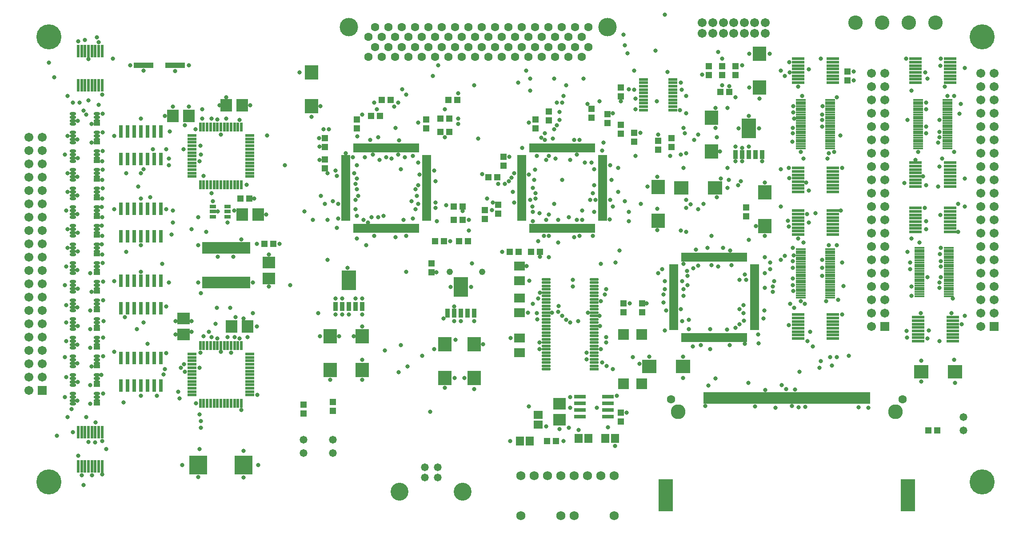
<source format=gts>
%FSLAX24Y24*%
%MOIN*%
G70*
G01*
G75*
G04 Layer_Color=8388736*
G04 Layer_Color=8388736*
%ADD10C,0.0080*%
%ADD11R,0.0157X0.0846*%
%ADD12R,0.0157X0.0846*%
%ADD13R,0.0945X0.1024*%
%ADD14R,0.0650X0.0085*%
%ADD15R,0.0846X0.0157*%
%ADD16R,0.0394X0.0433*%
%ADD17R,0.0118X0.0610*%
%ADD18R,0.0846X0.0157*%
%ADD19R,0.0610X0.0118*%
%ADD20R,0.0600X0.0150*%
%ADD21O,0.0600X0.0150*%
%ADD22R,0.0236X0.0866*%
%ADD23R,0.0433X0.0394*%
%ADD24R,0.0866X0.0787*%
%ADD25R,0.0787X0.0866*%
%ADD26R,0.0157X0.0630*%
%ADD27R,0.0630X0.0157*%
%ADD28R,0.0709X0.0630*%
%ADD29R,0.0709X0.0709*%
%ADD30R,0.0512X0.0591*%
%ADD31R,0.0591X0.0512*%
%ADD32R,0.0807X0.0236*%
%ADD33R,0.1024X0.0945*%
%ADD34R,0.1000X0.1400*%
%ADD35R,0.0300X0.0600*%
%ADD36R,0.1417X0.0315*%
%ADD37R,0.1240X0.1360*%
%ADD38R,0.0173X0.0787*%
%ADD39R,0.0173X0.0787*%
%ADD40R,0.0984X0.2362*%
%ADD41O,0.0394X0.0170*%
%ADD42R,0.0394X0.0170*%
%ADD43R,0.0394X0.0236*%
%ADD44R,0.0177X0.0807*%
%ADD45R,0.0177X0.0807*%
%ADD46R,0.0571X0.0118*%
%ADD47C,0.0100*%
%ADD48C,0.0160*%
%ADD49C,0.0070*%
%ADD50C,0.0110*%
%ADD51C,0.0200*%
%ADD52C,0.0120*%
%ADD53C,0.0300*%
%ADD54C,0.0400*%
%ADD55C,0.0500*%
%ADD56C,0.1260*%
%ADD57C,0.1800*%
%ADD58C,0.0600*%
%ADD59R,0.0591X0.0591*%
%ADD60C,0.0591*%
%ADD61C,0.1300*%
%ADD62C,0.0550*%
%ADD63C,0.1024*%
%ADD64C,0.0551*%
%ADD65C,0.1000*%
%ADD66C,0.0250*%
%ADD67C,0.0079*%
%ADD68C,0.0098*%
%ADD69C,0.0060*%
%ADD70C,0.0098*%
%ADD71C,0.0039*%
%ADD72R,0.0079X0.0197*%
%ADD73R,0.0079X0.0197*%
%ADD74C,0.0020*%
%ADD75R,0.0197X0.0079*%
%ADD76R,0.0197X0.0079*%
%ADD77R,0.0079X0.0197*%
%ADD78R,0.0197X0.0079*%
%ADD79R,0.0237X0.0926*%
%ADD80R,0.0237X0.0926*%
%ADD81R,0.1025X0.1104*%
%ADD82R,0.0730X0.0165*%
%ADD83R,0.0926X0.0237*%
%ADD84R,0.0474X0.0513*%
%ADD85R,0.0198X0.0690*%
%ADD86R,0.0926X0.0237*%
%ADD87R,0.0690X0.0198*%
%ADD88R,0.0680X0.0230*%
%ADD89O,0.0680X0.0230*%
%ADD90R,0.0316X0.0946*%
%ADD91R,0.0513X0.0474*%
%ADD92R,0.0946X0.0867*%
%ADD93R,0.0867X0.0946*%
%ADD94R,0.0237X0.0710*%
%ADD95R,0.0710X0.0237*%
%ADD96R,0.0789X0.0710*%
%ADD97R,0.0789X0.0789*%
%ADD98R,0.0592X0.0671*%
%ADD99R,0.0671X0.0592*%
%ADD100R,0.0887X0.0316*%
%ADD101R,0.1104X0.1025*%
%ADD102R,0.1080X0.1480*%
%ADD103R,0.0380X0.0680*%
%ADD104R,0.1497X0.0395*%
%ADD105R,0.1320X0.1440*%
%ADD106R,0.0253X0.0867*%
%ADD107R,0.0253X0.0867*%
%ADD108R,0.1064X0.2442*%
%ADD109O,0.0474X0.0250*%
%ADD110R,0.0474X0.0250*%
%ADD111R,0.0474X0.0316*%
%ADD112R,0.0257X0.0887*%
%ADD113R,0.0257X0.0887*%
%ADD114R,0.0651X0.0198*%
%ADD115C,0.0480*%
%ADD116C,0.0580*%
%ADD117C,0.1340*%
%ADD118C,0.1880*%
%ADD119C,0.0680*%
%ADD120R,0.0671X0.0671*%
%ADD121C,0.0671*%
%ADD122C,0.1380*%
%ADD123C,0.0630*%
%ADD124C,0.1104*%
%ADD125C,0.0631*%
%ADD126C,0.1080*%
%ADD127C,0.0330*%
D79*
X24704Y66089D02*
D03*
X26240D02*
D03*
X26496D02*
D03*
X25984D02*
D03*
X25728D02*
D03*
X25472D02*
D03*
X25216D02*
D03*
X26496Y63511D02*
D03*
X24960D02*
D03*
X25216D02*
D03*
X25472D02*
D03*
X25728D02*
D03*
X25984D02*
D03*
X26240D02*
D03*
X24960Y66089D02*
D03*
X26240Y34911D02*
D03*
X24960Y37489D02*
D03*
X25216D02*
D03*
X25472D02*
D03*
X25728D02*
D03*
X25984D02*
D03*
X26240D02*
D03*
X24704D02*
D03*
X25984Y34911D02*
D03*
X25728D02*
D03*
X25472D02*
D03*
X25216D02*
D03*
X24704D02*
D03*
X24960D02*
D03*
X26496D02*
D03*
D80*
X24704Y63511D02*
D03*
X26496Y37489D02*
D03*
D81*
X46000Y44660D02*
D03*
Y42140D02*
D03*
X75800Y63340D02*
D03*
Y65860D02*
D03*
X43600Y44660D02*
D03*
Y42140D02*
D03*
X52200Y44060D02*
D03*
Y41540D02*
D03*
X76200Y55460D02*
D03*
Y52940D02*
D03*
X68200Y55860D02*
D03*
Y53340D02*
D03*
X72200Y61060D02*
D03*
Y58540D02*
D03*
X54400Y44060D02*
D03*
Y41540D02*
D03*
X42200Y64460D02*
D03*
Y61940D02*
D03*
D82*
X89893Y58789D02*
D03*
Y58946D02*
D03*
Y59104D02*
D03*
Y59261D02*
D03*
Y59419D02*
D03*
Y59576D02*
D03*
Y59734D02*
D03*
Y59891D02*
D03*
Y60049D02*
D03*
Y60206D02*
D03*
Y60364D02*
D03*
Y60521D02*
D03*
Y60679D02*
D03*
Y60836D02*
D03*
Y60994D02*
D03*
Y61151D02*
D03*
Y61309D02*
D03*
Y61466D02*
D03*
Y61624D02*
D03*
Y61781D02*
D03*
Y61939D02*
D03*
Y62096D02*
D03*
Y62254D02*
D03*
Y62411D02*
D03*
X87707Y58789D02*
D03*
Y58946D02*
D03*
Y59104D02*
D03*
Y59261D02*
D03*
Y59419D02*
D03*
Y59576D02*
D03*
Y59734D02*
D03*
Y59891D02*
D03*
Y60049D02*
D03*
Y60206D02*
D03*
Y60364D02*
D03*
Y60521D02*
D03*
Y60679D02*
D03*
Y60836D02*
D03*
Y60994D02*
D03*
Y61151D02*
D03*
Y61309D02*
D03*
Y61466D02*
D03*
Y61624D02*
D03*
Y61781D02*
D03*
Y61939D02*
D03*
Y62096D02*
D03*
Y62254D02*
D03*
Y62411D02*
D03*
X87807Y51311D02*
D03*
Y51154D02*
D03*
Y50996D02*
D03*
Y50839D02*
D03*
Y50681D02*
D03*
Y50524D02*
D03*
Y50366D02*
D03*
Y50209D02*
D03*
Y50051D02*
D03*
Y49894D02*
D03*
Y49736D02*
D03*
Y49579D02*
D03*
Y49421D02*
D03*
Y49264D02*
D03*
Y49106D02*
D03*
Y48949D02*
D03*
Y48791D02*
D03*
Y48634D02*
D03*
Y48476D02*
D03*
Y48319D02*
D03*
Y48161D02*
D03*
Y48004D02*
D03*
Y47846D02*
D03*
Y47689D02*
D03*
X89993Y51311D02*
D03*
Y51154D02*
D03*
Y50996D02*
D03*
Y50839D02*
D03*
Y50681D02*
D03*
Y50524D02*
D03*
Y50366D02*
D03*
Y50209D02*
D03*
Y50051D02*
D03*
Y49894D02*
D03*
Y49736D02*
D03*
Y49579D02*
D03*
Y49421D02*
D03*
Y49264D02*
D03*
Y49106D02*
D03*
Y48949D02*
D03*
Y48791D02*
D03*
Y48634D02*
D03*
Y48476D02*
D03*
Y48319D02*
D03*
Y48161D02*
D03*
Y48004D02*
D03*
Y47846D02*
D03*
Y47689D02*
D03*
X78907Y51211D02*
D03*
Y51054D02*
D03*
Y50896D02*
D03*
Y50739D02*
D03*
Y50581D02*
D03*
Y50424D02*
D03*
Y50266D02*
D03*
Y50109D02*
D03*
Y49951D02*
D03*
Y49794D02*
D03*
Y49636D02*
D03*
Y49479D02*
D03*
Y49321D02*
D03*
Y49164D02*
D03*
Y49006D02*
D03*
Y48849D02*
D03*
Y48691D02*
D03*
Y48534D02*
D03*
Y48376D02*
D03*
Y48219D02*
D03*
Y48061D02*
D03*
Y47904D02*
D03*
Y47746D02*
D03*
Y47589D02*
D03*
X81093Y51211D02*
D03*
Y51054D02*
D03*
Y50896D02*
D03*
Y50739D02*
D03*
Y50581D02*
D03*
Y50424D02*
D03*
Y50266D02*
D03*
Y50109D02*
D03*
Y49951D02*
D03*
Y49794D02*
D03*
Y49636D02*
D03*
Y49479D02*
D03*
Y49321D02*
D03*
Y49164D02*
D03*
Y49006D02*
D03*
Y48849D02*
D03*
Y48691D02*
D03*
Y48534D02*
D03*
Y48376D02*
D03*
Y48219D02*
D03*
Y48061D02*
D03*
Y47904D02*
D03*
Y47746D02*
D03*
Y47589D02*
D03*
Y58789D02*
D03*
Y58946D02*
D03*
Y59104D02*
D03*
Y59261D02*
D03*
Y59419D02*
D03*
Y59576D02*
D03*
Y59734D02*
D03*
Y59891D02*
D03*
Y60049D02*
D03*
Y60206D02*
D03*
Y60364D02*
D03*
Y60521D02*
D03*
Y60679D02*
D03*
Y60836D02*
D03*
Y60994D02*
D03*
Y61151D02*
D03*
Y61309D02*
D03*
Y61466D02*
D03*
Y61624D02*
D03*
Y61781D02*
D03*
Y61939D02*
D03*
Y62096D02*
D03*
Y62254D02*
D03*
Y62411D02*
D03*
X78907Y58789D02*
D03*
Y58946D02*
D03*
Y59104D02*
D03*
Y59261D02*
D03*
Y59419D02*
D03*
Y59576D02*
D03*
Y59734D02*
D03*
Y59891D02*
D03*
Y60049D02*
D03*
Y60206D02*
D03*
Y60364D02*
D03*
Y60521D02*
D03*
Y60679D02*
D03*
Y60836D02*
D03*
Y60994D02*
D03*
Y61151D02*
D03*
Y61309D02*
D03*
Y61466D02*
D03*
Y61624D02*
D03*
Y61781D02*
D03*
Y61939D02*
D03*
Y62096D02*
D03*
Y62254D02*
D03*
Y62411D02*
D03*
D83*
X78711Y64216D02*
D03*
Y57296D02*
D03*
Y52816D02*
D03*
X87511Y64472D02*
D03*
Y53272D02*
D03*
X90089Y63960D02*
D03*
Y64216D02*
D03*
Y64472D02*
D03*
Y64728D02*
D03*
Y64984D02*
D03*
Y65240D02*
D03*
Y65496D02*
D03*
X87511Y63704D02*
D03*
Y63960D02*
D03*
Y64216D02*
D03*
Y64728D02*
D03*
Y64984D02*
D03*
Y65240D02*
D03*
Y65496D02*
D03*
X81289Y63960D02*
D03*
Y64216D02*
D03*
Y64472D02*
D03*
Y64728D02*
D03*
Y64984D02*
D03*
Y65240D02*
D03*
Y65496D02*
D03*
X78711Y63704D02*
D03*
Y63960D02*
D03*
Y64472D02*
D03*
Y64728D02*
D03*
Y64984D02*
D03*
Y65240D02*
D03*
Y65496D02*
D03*
X90089Y56160D02*
D03*
Y56416D02*
D03*
Y56672D02*
D03*
Y56928D02*
D03*
Y57184D02*
D03*
Y57440D02*
D03*
Y57696D02*
D03*
X87511Y55904D02*
D03*
Y56160D02*
D03*
Y56416D02*
D03*
Y56672D02*
D03*
Y56928D02*
D03*
Y57184D02*
D03*
Y57440D02*
D03*
Y57696D02*
D03*
X81289Y55760D02*
D03*
Y56016D02*
D03*
Y56272D02*
D03*
Y56528D02*
D03*
Y56784D02*
D03*
Y57040D02*
D03*
Y57296D02*
D03*
X78711Y55504D02*
D03*
Y55760D02*
D03*
Y56016D02*
D03*
Y56272D02*
D03*
Y56528D02*
D03*
Y56784D02*
D03*
Y57040D02*
D03*
X90089Y52760D02*
D03*
Y53016D02*
D03*
Y53272D02*
D03*
Y53528D02*
D03*
Y53784D02*
D03*
Y54040D02*
D03*
Y54296D02*
D03*
X87511Y52504D02*
D03*
Y52760D02*
D03*
Y53016D02*
D03*
Y53528D02*
D03*
Y53784D02*
D03*
Y54040D02*
D03*
Y54296D02*
D03*
X81289Y52560D02*
D03*
Y52816D02*
D03*
Y53072D02*
D03*
Y53328D02*
D03*
Y53584D02*
D03*
Y53840D02*
D03*
Y54096D02*
D03*
X78711Y52304D02*
D03*
Y52560D02*
D03*
Y53072D02*
D03*
Y53328D02*
D03*
Y53584D02*
D03*
Y53840D02*
D03*
Y54096D02*
D03*
X90289Y44560D02*
D03*
Y44816D02*
D03*
Y45072D02*
D03*
Y45328D02*
D03*
Y45584D02*
D03*
Y45840D02*
D03*
Y46096D02*
D03*
X87711Y44304D02*
D03*
Y44560D02*
D03*
Y44816D02*
D03*
Y45072D02*
D03*
Y45328D02*
D03*
Y45584D02*
D03*
Y45840D02*
D03*
Y46096D02*
D03*
X78711Y46040D02*
D03*
Y45784D02*
D03*
Y45528D02*
D03*
Y45272D02*
D03*
Y45016D02*
D03*
Y44760D02*
D03*
Y44504D02*
D03*
X81289Y46296D02*
D03*
Y46040D02*
D03*
Y45784D02*
D03*
Y45528D02*
D03*
Y45272D02*
D03*
Y45016D02*
D03*
Y44760D02*
D03*
X78711Y46296D02*
D03*
D84*
X41600Y39535D02*
D03*
Y38865D02*
D03*
X43800Y39735D02*
D03*
Y39065D02*
D03*
X65600Y46465D02*
D03*
Y47135D02*
D03*
X67000D02*
D03*
Y46465D02*
D03*
X43200Y57265D02*
D03*
Y57935D02*
D03*
X45600Y60935D02*
D03*
Y60265D02*
D03*
X50800Y60935D02*
D03*
Y60265D02*
D03*
X51200Y50135D02*
D03*
Y49465D02*
D03*
X65400Y60535D02*
D03*
Y59865D02*
D03*
X66400Y59265D02*
D03*
Y59935D02*
D03*
X55200Y54135D02*
D03*
Y53465D02*
D03*
X56200Y53865D02*
D03*
Y54535D02*
D03*
X56600Y57465D02*
D03*
Y58135D02*
D03*
X59000Y60935D02*
D03*
Y60265D02*
D03*
X64400Y60665D02*
D03*
Y61335D02*
D03*
X60000Y60865D02*
D03*
Y61535D02*
D03*
X63200Y61735D02*
D03*
Y61065D02*
D03*
X74800Y53665D02*
D03*
X68200Y59335D02*
D03*
X65400Y38265D02*
D03*
Y38935D02*
D03*
X69200Y58865D02*
D03*
X82400Y64535D02*
D03*
Y63865D02*
D03*
X68200Y58665D02*
D03*
X69200Y59535D02*
D03*
X74800Y54335D02*
D03*
X65400Y63335D02*
D03*
Y62665D02*
D03*
X73000Y64935D02*
D03*
Y64265D02*
D03*
X72000Y64935D02*
D03*
Y64265D02*
D03*
X74000Y64935D02*
D03*
Y64265D02*
D03*
X43200Y58865D02*
D03*
Y59535D02*
D03*
D85*
X48784Y52778D02*
D03*
X48194D02*
D03*
X47997D02*
D03*
X47800D02*
D03*
X70038Y44578D02*
D03*
X70235D02*
D03*
X70431D02*
D03*
X70628D02*
D03*
X70825D02*
D03*
X71022D02*
D03*
X71219D02*
D03*
X71416D02*
D03*
X71613D02*
D03*
X71809D02*
D03*
X72006D02*
D03*
X72203D02*
D03*
X72400D02*
D03*
X72597D02*
D03*
X72794D02*
D03*
X72991D02*
D03*
X73187D02*
D03*
X73384D02*
D03*
X73581D02*
D03*
X73778D02*
D03*
X73975D02*
D03*
X74172D02*
D03*
X74369D02*
D03*
X74565D02*
D03*
X74762D02*
D03*
X70038Y50622D02*
D03*
X70235D02*
D03*
X70431D02*
D03*
X70628D02*
D03*
X70825D02*
D03*
X71022D02*
D03*
X71219D02*
D03*
X71416D02*
D03*
X71613D02*
D03*
X71809D02*
D03*
X72006D02*
D03*
X72203D02*
D03*
X72400D02*
D03*
X72597D02*
D03*
X72794D02*
D03*
X72991D02*
D03*
X73187D02*
D03*
X73384D02*
D03*
X73581D02*
D03*
X73778D02*
D03*
X73975D02*
D03*
X74172D02*
D03*
X74369D02*
D03*
X74565D02*
D03*
X58638Y52778D02*
D03*
X58835D02*
D03*
X59032D02*
D03*
X59228D02*
D03*
X59425D02*
D03*
X59622D02*
D03*
X59819D02*
D03*
X60016D02*
D03*
X60213D02*
D03*
X60409D02*
D03*
X60606D02*
D03*
X60803D02*
D03*
X61000D02*
D03*
X61197D02*
D03*
X61394D02*
D03*
X61591D02*
D03*
X61787D02*
D03*
X61984D02*
D03*
X62181D02*
D03*
X62378D02*
D03*
X62575D02*
D03*
X62772D02*
D03*
X62969D02*
D03*
X63165D02*
D03*
X63362D02*
D03*
X58638Y58822D02*
D03*
X58835D02*
D03*
X59032D02*
D03*
X59228D02*
D03*
X59425D02*
D03*
X59622D02*
D03*
X59819D02*
D03*
X60016D02*
D03*
X60213D02*
D03*
X60409D02*
D03*
X60606D02*
D03*
X60803D02*
D03*
X61000D02*
D03*
X61197D02*
D03*
X61394D02*
D03*
X61591D02*
D03*
X61787D02*
D03*
X61984D02*
D03*
X62181D02*
D03*
X62378D02*
D03*
X62575D02*
D03*
X62772D02*
D03*
X62969D02*
D03*
X63165D02*
D03*
X63362D02*
D03*
X45438Y52778D02*
D03*
X45635D02*
D03*
X45831D02*
D03*
X46028D02*
D03*
X46225D02*
D03*
X46422D02*
D03*
X46619D02*
D03*
X46816D02*
D03*
X47013D02*
D03*
X47209D02*
D03*
X47406D02*
D03*
X47603D02*
D03*
X48391D02*
D03*
X48587D02*
D03*
X48981D02*
D03*
X49178D02*
D03*
X49375D02*
D03*
X49572D02*
D03*
X49769D02*
D03*
X49965D02*
D03*
X50162D02*
D03*
X45438Y58822D02*
D03*
X45635D02*
D03*
X45831D02*
D03*
X46028D02*
D03*
X46225D02*
D03*
X46422D02*
D03*
X46619D02*
D03*
X46816D02*
D03*
X47013D02*
D03*
X47209D02*
D03*
X47406D02*
D03*
X47603D02*
D03*
X47800D02*
D03*
X47997D02*
D03*
X48194D02*
D03*
X48391D02*
D03*
X48587D02*
D03*
X48784D02*
D03*
X48981D02*
D03*
X49178D02*
D03*
X49375D02*
D03*
X49572D02*
D03*
X49769D02*
D03*
X49965D02*
D03*
X50162D02*
D03*
X74762Y50622D02*
D03*
D86*
X90089Y55904D02*
D03*
X90289Y44304D02*
D03*
X90089Y63704D02*
D03*
X81289D02*
D03*
Y55504D02*
D03*
X90089Y52504D02*
D03*
X81289Y52304D02*
D03*
Y44504D02*
D03*
D87*
X75422Y45238D02*
D03*
Y45435D02*
D03*
Y45631D02*
D03*
Y45828D02*
D03*
Y46025D02*
D03*
Y46222D02*
D03*
Y46419D02*
D03*
Y46616D02*
D03*
Y46813D02*
D03*
Y47009D02*
D03*
Y47206D02*
D03*
Y47403D02*
D03*
Y47600D02*
D03*
Y47797D02*
D03*
Y47994D02*
D03*
Y48191D02*
D03*
Y48584D02*
D03*
Y48781D02*
D03*
Y48978D02*
D03*
Y49175D02*
D03*
Y49372D02*
D03*
Y49765D02*
D03*
Y49962D02*
D03*
X69378Y45435D02*
D03*
Y45828D02*
D03*
Y46025D02*
D03*
Y46222D02*
D03*
Y46419D02*
D03*
Y46616D02*
D03*
Y46813D02*
D03*
Y47009D02*
D03*
Y47206D02*
D03*
Y47403D02*
D03*
Y47600D02*
D03*
Y47797D02*
D03*
Y48387D02*
D03*
Y48584D02*
D03*
Y48781D02*
D03*
X64022Y53438D02*
D03*
Y53635D02*
D03*
Y53832D02*
D03*
Y54028D02*
D03*
Y54225D02*
D03*
Y54422D02*
D03*
Y54619D02*
D03*
Y54816D02*
D03*
Y55013D02*
D03*
Y55209D02*
D03*
Y55406D02*
D03*
Y55603D02*
D03*
Y55800D02*
D03*
Y55997D02*
D03*
Y56194D02*
D03*
Y56391D02*
D03*
Y56587D02*
D03*
Y56784D02*
D03*
Y56981D02*
D03*
Y57178D02*
D03*
Y57375D02*
D03*
Y57572D02*
D03*
Y57769D02*
D03*
Y57965D02*
D03*
X57978Y53438D02*
D03*
Y53635D02*
D03*
Y53832D02*
D03*
Y54028D02*
D03*
Y54225D02*
D03*
Y54422D02*
D03*
Y54619D02*
D03*
Y54816D02*
D03*
Y55013D02*
D03*
Y55209D02*
D03*
Y55406D02*
D03*
Y55800D02*
D03*
Y55997D02*
D03*
Y56194D02*
D03*
Y56391D02*
D03*
Y56587D02*
D03*
Y56784D02*
D03*
Y56981D02*
D03*
Y57178D02*
D03*
Y57375D02*
D03*
Y57572D02*
D03*
Y57769D02*
D03*
Y57965D02*
D03*
Y58162D02*
D03*
X44778D02*
D03*
Y57965D02*
D03*
Y57769D02*
D03*
Y57572D02*
D03*
Y57375D02*
D03*
Y57178D02*
D03*
Y56981D02*
D03*
Y56784D02*
D03*
Y56587D02*
D03*
Y56391D02*
D03*
Y56194D02*
D03*
Y55997D02*
D03*
Y55800D02*
D03*
Y55603D02*
D03*
Y55406D02*
D03*
Y55209D02*
D03*
Y55013D02*
D03*
Y54816D02*
D03*
Y54619D02*
D03*
Y54422D02*
D03*
Y54225D02*
D03*
Y54028D02*
D03*
Y53832D02*
D03*
Y53635D02*
D03*
Y53438D02*
D03*
X50822Y58162D02*
D03*
Y57965D02*
D03*
Y57769D02*
D03*
Y57572D02*
D03*
Y57375D02*
D03*
Y57178D02*
D03*
Y56981D02*
D03*
Y56784D02*
D03*
Y56587D02*
D03*
Y56391D02*
D03*
Y56194D02*
D03*
Y55997D02*
D03*
Y55800D02*
D03*
Y55603D02*
D03*
Y55406D02*
D03*
Y55209D02*
D03*
Y55013D02*
D03*
Y54816D02*
D03*
Y54619D02*
D03*
Y54422D02*
D03*
Y54225D02*
D03*
Y54028D02*
D03*
Y53832D02*
D03*
Y53635D02*
D03*
Y53438D02*
D03*
X64022Y58162D02*
D03*
X57978Y55603D02*
D03*
X69378Y45631D02*
D03*
Y49372D02*
D03*
Y49175D02*
D03*
Y48978D02*
D03*
Y48191D02*
D03*
Y47994D02*
D03*
X75422Y49569D02*
D03*
Y48387D02*
D03*
X69378Y49569D02*
D03*
Y49765D02*
D03*
Y45238D02*
D03*
Y49962D02*
D03*
D88*
X63400Y42200D02*
D03*
D89*
Y42450D02*
D03*
Y42700D02*
D03*
Y42950D02*
D03*
Y43200D02*
D03*
Y43450D02*
D03*
Y43700D02*
D03*
Y43950D02*
D03*
Y44200D02*
D03*
Y44450D02*
D03*
Y44700D02*
D03*
Y44950D02*
D03*
Y45200D02*
D03*
Y45450D02*
D03*
Y45700D02*
D03*
Y45950D02*
D03*
Y46200D02*
D03*
Y46450D02*
D03*
Y46700D02*
D03*
Y46950D02*
D03*
Y47200D02*
D03*
Y47450D02*
D03*
Y47700D02*
D03*
Y47950D02*
D03*
Y48200D02*
D03*
Y48450D02*
D03*
Y48700D02*
D03*
Y48950D02*
D03*
X59800Y42200D02*
D03*
Y42450D02*
D03*
Y42700D02*
D03*
Y42950D02*
D03*
Y43200D02*
D03*
Y43450D02*
D03*
Y43700D02*
D03*
Y43950D02*
D03*
Y44200D02*
D03*
Y44450D02*
D03*
Y44700D02*
D03*
Y44950D02*
D03*
Y45200D02*
D03*
Y45450D02*
D03*
Y45700D02*
D03*
Y45950D02*
D03*
Y46200D02*
D03*
Y46450D02*
D03*
Y46700D02*
D03*
Y46950D02*
D03*
Y47200D02*
D03*
Y47450D02*
D03*
Y47700D02*
D03*
Y47950D02*
D03*
Y48200D02*
D03*
Y48450D02*
D03*
Y48700D02*
D03*
Y48950D02*
D03*
D90*
X27900Y57976D02*
D03*
X28400D02*
D03*
X28900D02*
D03*
X29900D02*
D03*
X30400D02*
D03*
X30900D02*
D03*
X27900Y60024D02*
D03*
X28400D02*
D03*
X28900D02*
D03*
X29900D02*
D03*
X30400D02*
D03*
X30900D02*
D03*
X27900Y52176D02*
D03*
X28400D02*
D03*
X28900D02*
D03*
X29900D02*
D03*
X30400D02*
D03*
X30900D02*
D03*
X27900Y54224D02*
D03*
X28400D02*
D03*
X28900D02*
D03*
X29900D02*
D03*
X30400D02*
D03*
X30900D02*
D03*
X27900Y46776D02*
D03*
X28400D02*
D03*
X28900D02*
D03*
X29900D02*
D03*
X30400D02*
D03*
X30900D02*
D03*
X27900Y48824D02*
D03*
X28400D02*
D03*
X28900D02*
D03*
X29900D02*
D03*
X30400D02*
D03*
X30900D02*
D03*
X27900Y40976D02*
D03*
X28400D02*
D03*
X28900D02*
D03*
X29900D02*
D03*
X30400D02*
D03*
X30900D02*
D03*
X27900Y43024D02*
D03*
X28400D02*
D03*
X28900D02*
D03*
X29900D02*
D03*
X30400D02*
D03*
X30900D02*
D03*
X29400D02*
D03*
Y48824D02*
D03*
Y54224D02*
D03*
Y60024D02*
D03*
Y40976D02*
D03*
Y46776D02*
D03*
Y52176D02*
D03*
Y57976D02*
D03*
D91*
X36865Y55000D02*
D03*
X37535D02*
D03*
X39335Y51600D02*
D03*
X38665D02*
D03*
X46665Y61200D02*
D03*
X47335D02*
D03*
X51865Y61000D02*
D03*
X52535D02*
D03*
X47465Y62400D02*
D03*
X52135Y51800D02*
D03*
X51465D02*
D03*
X52535Y60000D02*
D03*
X51865D02*
D03*
X52865Y53400D02*
D03*
X53535D02*
D03*
X52465Y62400D02*
D03*
X53135D02*
D03*
X53535Y54400D02*
D03*
X52865D02*
D03*
X53265Y51800D02*
D03*
X53935D02*
D03*
X57735Y51000D02*
D03*
X57065D02*
D03*
X55465Y56600D02*
D03*
X56135D02*
D03*
X89135Y37600D02*
D03*
X88465D02*
D03*
X60535Y36800D02*
D03*
X59865D02*
D03*
X48135Y62400D02*
D03*
X58665Y51000D02*
D03*
X59335D02*
D03*
X72865Y63000D02*
D03*
X73535D02*
D03*
D92*
X39000Y50191D02*
D03*
Y49009D02*
D03*
X32600Y45991D02*
D03*
X60800Y38409D02*
D03*
Y39591D02*
D03*
X32600Y44809D02*
D03*
D93*
X38191Y53800D02*
D03*
X36209Y45400D02*
D03*
X37391D02*
D03*
X35809Y62000D02*
D03*
X36991D02*
D03*
X32991Y61200D02*
D03*
X31809D02*
D03*
X37009Y53800D02*
D03*
D94*
X33865Y60365D02*
D03*
X34120D02*
D03*
X34376D02*
D03*
X34632D02*
D03*
X34888D02*
D03*
X35144D02*
D03*
X35400D02*
D03*
X35656D02*
D03*
X35912D02*
D03*
X36168D02*
D03*
X36424D02*
D03*
X36680D02*
D03*
X36935D02*
D03*
Y56035D02*
D03*
X36680D02*
D03*
X36424D02*
D03*
X36168D02*
D03*
X35912D02*
D03*
X35656D02*
D03*
X35400D02*
D03*
X35144D02*
D03*
X34888D02*
D03*
X34632D02*
D03*
X34376D02*
D03*
X34120D02*
D03*
X33865D02*
D03*
Y43965D02*
D03*
X34120D02*
D03*
X34376D02*
D03*
X34632D02*
D03*
X34888D02*
D03*
X35144D02*
D03*
X35400D02*
D03*
X35656D02*
D03*
X35912D02*
D03*
X36168D02*
D03*
X36424D02*
D03*
X36680D02*
D03*
X36935D02*
D03*
Y39635D02*
D03*
X36680D02*
D03*
X36424D02*
D03*
X36168D02*
D03*
X35912D02*
D03*
X35656D02*
D03*
X35400D02*
D03*
X35144D02*
D03*
X34888D02*
D03*
X34632D02*
D03*
X34376D02*
D03*
X34120D02*
D03*
X33865D02*
D03*
D95*
X37565Y59735D02*
D03*
Y59480D02*
D03*
Y59224D02*
D03*
Y58968D02*
D03*
Y58712D02*
D03*
Y58456D02*
D03*
Y58200D02*
D03*
Y57944D02*
D03*
Y57688D02*
D03*
Y57432D02*
D03*
Y57176D02*
D03*
Y56920D02*
D03*
Y56665D02*
D03*
X33235D02*
D03*
Y56920D02*
D03*
Y57176D02*
D03*
Y57432D02*
D03*
Y57688D02*
D03*
Y58200D02*
D03*
Y58456D02*
D03*
Y58712D02*
D03*
Y58968D02*
D03*
Y59224D02*
D03*
Y59480D02*
D03*
Y59735D02*
D03*
X37565Y43335D02*
D03*
Y43080D02*
D03*
Y42824D02*
D03*
Y42568D02*
D03*
Y42312D02*
D03*
Y42056D02*
D03*
Y41800D02*
D03*
Y41544D02*
D03*
Y41288D02*
D03*
Y41032D02*
D03*
Y40776D02*
D03*
Y40520D02*
D03*
Y40265D02*
D03*
X33235D02*
D03*
Y40520D02*
D03*
Y40776D02*
D03*
Y41032D02*
D03*
Y41288D02*
D03*
Y41800D02*
D03*
Y42056D02*
D03*
Y42312D02*
D03*
Y42568D02*
D03*
Y42824D02*
D03*
Y43080D02*
D03*
Y43335D02*
D03*
Y41544D02*
D03*
Y57944D02*
D03*
D96*
X57800Y48849D02*
D03*
Y49951D02*
D03*
Y47551D02*
D03*
Y46449D02*
D03*
Y43449D02*
D03*
Y44551D02*
D03*
D97*
X66978Y41099D02*
D03*
Y44800D02*
D03*
X65600Y41099D02*
D03*
Y44800D02*
D03*
D98*
X57826Y36800D02*
D03*
X58574D02*
D03*
X62974Y37000D02*
D03*
X62226D02*
D03*
X64226D02*
D03*
X64974D02*
D03*
D99*
X59200Y38774D02*
D03*
Y38026D02*
D03*
D100*
X62347Y40150D02*
D03*
Y39650D02*
D03*
Y39150D02*
D03*
Y38650D02*
D03*
X64453Y40150D02*
D03*
Y39650D02*
D03*
Y39150D02*
D03*
Y38650D02*
D03*
D101*
X67540Y42400D02*
D03*
X70060D02*
D03*
X69940Y55800D02*
D03*
X72460D02*
D03*
X90460Y42000D02*
D03*
X87940D02*
D03*
D102*
X53400Y48369D02*
D03*
X75000Y60269D02*
D03*
X45000Y48868D02*
D03*
D103*
X52900Y46400D02*
D03*
X54400D02*
D03*
X52400D02*
D03*
X53900D02*
D03*
X53400D02*
D03*
X75000Y58300D02*
D03*
X75500D02*
D03*
X74000D02*
D03*
X76000D02*
D03*
X74500D02*
D03*
X45000Y46900D02*
D03*
X45500D02*
D03*
X44000D02*
D03*
X46000D02*
D03*
X44500D02*
D03*
D104*
X31981Y65000D02*
D03*
X29619D02*
D03*
D105*
X37090Y35000D02*
D03*
X33710D02*
D03*
D106*
X71731Y40024D02*
D03*
X83981D02*
D03*
D107*
X71981D02*
D03*
X72231D02*
D03*
X72731D02*
D03*
X73231D02*
D03*
X73731D02*
D03*
X74231D02*
D03*
X74731D02*
D03*
X74981D02*
D03*
X75231D02*
D03*
X75731D02*
D03*
X75981D02*
D03*
X76231D02*
D03*
X76481D02*
D03*
X76731D02*
D03*
X76981D02*
D03*
X77231D02*
D03*
X77481D02*
D03*
X77731D02*
D03*
X77981D02*
D03*
X78231D02*
D03*
X78481D02*
D03*
X78731D02*
D03*
X78981D02*
D03*
X79231D02*
D03*
X79481D02*
D03*
X79731D02*
D03*
X79981D02*
D03*
X80231D02*
D03*
X80481D02*
D03*
X80731D02*
D03*
X80981D02*
D03*
X81231D02*
D03*
X81481D02*
D03*
X81731D02*
D03*
X81981D02*
D03*
X82231D02*
D03*
X82731D02*
D03*
X83231D02*
D03*
X83731D02*
D03*
X75481D02*
D03*
X82481D02*
D03*
X82981D02*
D03*
X83481D02*
D03*
X72481D02*
D03*
X72981D02*
D03*
X73481D02*
D03*
X73981D02*
D03*
X74481D02*
D03*
D108*
X68776Y32740D02*
D03*
X86937D02*
D03*
D109*
X24289Y61368D02*
D03*
Y61112D02*
D03*
Y60856D02*
D03*
Y60600D02*
D03*
X26100Y61112D02*
D03*
Y60856D02*
D03*
Y59456D02*
D03*
Y59712D02*
D03*
X24289Y59200D02*
D03*
Y59456D02*
D03*
Y59712D02*
D03*
Y59968D02*
D03*
Y58568D02*
D03*
Y58312D02*
D03*
Y58056D02*
D03*
Y57800D02*
D03*
X26100Y58312D02*
D03*
Y58056D02*
D03*
Y56656D02*
D03*
Y56912D02*
D03*
X24289Y56400D02*
D03*
Y56656D02*
D03*
Y56912D02*
D03*
Y57168D02*
D03*
Y55768D02*
D03*
Y55512D02*
D03*
Y55256D02*
D03*
Y55000D02*
D03*
X26100Y55512D02*
D03*
Y55256D02*
D03*
Y53856D02*
D03*
Y54112D02*
D03*
X24289Y53600D02*
D03*
Y53856D02*
D03*
Y54112D02*
D03*
Y54368D02*
D03*
Y52968D02*
D03*
Y52712D02*
D03*
Y52456D02*
D03*
Y52200D02*
D03*
X26100Y52712D02*
D03*
Y52456D02*
D03*
Y51056D02*
D03*
Y51312D02*
D03*
X24289Y50800D02*
D03*
Y51056D02*
D03*
Y51312D02*
D03*
Y51568D02*
D03*
Y40368D02*
D03*
Y40112D02*
D03*
Y39856D02*
D03*
Y39600D02*
D03*
X26100Y40112D02*
D03*
Y39856D02*
D03*
Y41256D02*
D03*
Y41512D02*
D03*
X24289Y41000D02*
D03*
Y41256D02*
D03*
Y41512D02*
D03*
Y41768D02*
D03*
Y43168D02*
D03*
Y42912D02*
D03*
Y42656D02*
D03*
Y42400D02*
D03*
X26100Y42912D02*
D03*
Y42656D02*
D03*
Y44056D02*
D03*
Y44312D02*
D03*
X24289Y43800D02*
D03*
Y44056D02*
D03*
Y44312D02*
D03*
Y44568D02*
D03*
Y45968D02*
D03*
Y45712D02*
D03*
Y45456D02*
D03*
Y45200D02*
D03*
X26100Y45712D02*
D03*
Y45456D02*
D03*
Y46856D02*
D03*
Y47112D02*
D03*
X24289Y46600D02*
D03*
Y46856D02*
D03*
Y47112D02*
D03*
Y47368D02*
D03*
Y48768D02*
D03*
Y48512D02*
D03*
Y48256D02*
D03*
Y48000D02*
D03*
X26100Y48512D02*
D03*
Y48256D02*
D03*
Y49656D02*
D03*
Y49912D02*
D03*
X24289Y49400D02*
D03*
Y49656D02*
D03*
Y49912D02*
D03*
Y50168D02*
D03*
X26100D02*
D03*
Y48768D02*
D03*
Y47368D02*
D03*
Y45968D02*
D03*
Y44568D02*
D03*
Y43168D02*
D03*
Y41768D02*
D03*
Y40368D02*
D03*
Y51568D02*
D03*
Y52968D02*
D03*
Y54368D02*
D03*
Y55768D02*
D03*
Y57168D02*
D03*
Y58568D02*
D03*
Y59968D02*
D03*
Y61368D02*
D03*
D110*
Y60600D02*
D03*
Y59200D02*
D03*
Y57800D02*
D03*
Y56400D02*
D03*
Y55000D02*
D03*
Y53600D02*
D03*
Y52200D02*
D03*
Y50800D02*
D03*
Y39600D02*
D03*
Y41000D02*
D03*
Y42400D02*
D03*
Y43800D02*
D03*
Y45200D02*
D03*
Y46600D02*
D03*
Y48000D02*
D03*
Y49400D02*
D03*
D111*
X35902Y53652D02*
D03*
X34800Y54400D02*
D03*
Y54026D02*
D03*
Y53652D02*
D03*
X35902Y54400D02*
D03*
Y54026D02*
D03*
D112*
X35672Y51309D02*
D03*
X37463D02*
D03*
X37207D02*
D03*
X36952D02*
D03*
X36696D02*
D03*
X36440D02*
D03*
X36184D02*
D03*
X35928D02*
D03*
X35416D02*
D03*
X35160D02*
D03*
X34904D02*
D03*
X34648D02*
D03*
X34393D02*
D03*
X34137D02*
D03*
X37463Y48691D02*
D03*
X37207D02*
D03*
X36952D02*
D03*
X36696D02*
D03*
X36440D02*
D03*
X36184D02*
D03*
X35928D02*
D03*
X35672D02*
D03*
X35416D02*
D03*
X35160D02*
D03*
X34904D02*
D03*
X34648D02*
D03*
X34393D02*
D03*
D113*
X34137D02*
D03*
D114*
X67088Y63952D02*
D03*
Y63696D02*
D03*
Y63440D02*
D03*
Y63184D02*
D03*
Y62928D02*
D03*
Y62672D02*
D03*
Y62416D02*
D03*
Y62160D02*
D03*
Y61904D02*
D03*
Y61648D02*
D03*
X69312Y63952D02*
D03*
X69312Y63696D02*
D03*
Y63440D02*
D03*
Y63184D02*
D03*
Y62928D02*
D03*
Y62672D02*
D03*
Y62416D02*
D03*
Y62160D02*
D03*
Y61904D02*
D03*
Y61648D02*
D03*
D115*
X52560Y49500D02*
D03*
X55000D02*
D03*
D116*
X51674Y34067D02*
D03*
X50689Y34854D02*
D03*
X51674D02*
D03*
X50689Y34067D02*
D03*
X41600Y35900D02*
D03*
Y36900D02*
D03*
X43800Y35900D02*
D03*
Y36900D02*
D03*
X91100Y37600D02*
D03*
Y38600D02*
D03*
D117*
X53552Y33000D02*
D03*
X48811D02*
D03*
D118*
X22500Y67130D02*
D03*
X92500D02*
D03*
Y33750D02*
D03*
X22500D02*
D03*
D119*
X64900Y34200D02*
D03*
X63900D02*
D03*
X62900D02*
D03*
X61900D02*
D03*
X64900Y31200D02*
D03*
X61900D02*
D03*
X59900Y34200D02*
D03*
X60900D02*
D03*
X58900D02*
D03*
X57900D02*
D03*
X60900Y31200D02*
D03*
X57900D02*
D03*
D120*
X22000Y40600D02*
D03*
X93400Y45400D02*
D03*
X85200D02*
D03*
D121*
X21000Y40600D02*
D03*
X22000Y41600D02*
D03*
X21000D02*
D03*
X22000Y42600D02*
D03*
X21000D02*
D03*
X22000Y43600D02*
D03*
X21000D02*
D03*
X22000Y44600D02*
D03*
X21000D02*
D03*
X22000Y45600D02*
D03*
X21000D02*
D03*
X22000Y46600D02*
D03*
X21000D02*
D03*
X22000Y47600D02*
D03*
X21000D02*
D03*
X22000Y48600D02*
D03*
X21000D02*
D03*
X22000Y49600D02*
D03*
X21000D02*
D03*
X22000Y50600D02*
D03*
X21000D02*
D03*
X22000Y51600D02*
D03*
X21000D02*
D03*
X22000Y52600D02*
D03*
X21000D02*
D03*
X22000Y53600D02*
D03*
X21000D02*
D03*
X22000Y54600D02*
D03*
X21000D02*
D03*
X22000Y55600D02*
D03*
X21000D02*
D03*
X22000Y56600D02*
D03*
X21000D02*
D03*
X22000Y57600D02*
D03*
X21000D02*
D03*
X22000Y58600D02*
D03*
X21000D02*
D03*
X22000Y59600D02*
D03*
X21000D02*
D03*
X92400Y64400D02*
D03*
X93400D02*
D03*
X92400Y63400D02*
D03*
X93400D02*
D03*
X92400Y62400D02*
D03*
X93400D02*
D03*
X92400Y61400D02*
D03*
X93400D02*
D03*
X92400Y60400D02*
D03*
X93400D02*
D03*
X92400Y59400D02*
D03*
X93400D02*
D03*
X92400Y58400D02*
D03*
X93400D02*
D03*
X92400Y57400D02*
D03*
X93400D02*
D03*
X92400Y56400D02*
D03*
X93400D02*
D03*
X92400Y55400D02*
D03*
X93400D02*
D03*
X92400Y54400D02*
D03*
X93400D02*
D03*
X92400Y53400D02*
D03*
X93400D02*
D03*
X92400Y52400D02*
D03*
X93400D02*
D03*
X92400Y51400D02*
D03*
X93400D02*
D03*
X92400Y50400D02*
D03*
X93400D02*
D03*
X92400Y49400D02*
D03*
X93400D02*
D03*
X92400Y48400D02*
D03*
X93400D02*
D03*
X92400Y47400D02*
D03*
X93400D02*
D03*
X92400Y46400D02*
D03*
X93400D02*
D03*
X92400Y45400D02*
D03*
X84200Y64400D02*
D03*
X85200D02*
D03*
X84200Y63400D02*
D03*
X85200D02*
D03*
X84200Y62400D02*
D03*
X85200D02*
D03*
X84200Y61400D02*
D03*
X85200D02*
D03*
X84200Y60400D02*
D03*
X85200D02*
D03*
X84200Y59400D02*
D03*
X85200D02*
D03*
X84200Y58400D02*
D03*
X85200D02*
D03*
X84200Y57400D02*
D03*
X85200D02*
D03*
X84200Y56400D02*
D03*
X85200D02*
D03*
X84200Y55400D02*
D03*
X85200D02*
D03*
X84200Y54400D02*
D03*
X85200D02*
D03*
X84200Y53400D02*
D03*
X85200D02*
D03*
X84200Y52400D02*
D03*
X85200D02*
D03*
X84200Y51400D02*
D03*
X85200D02*
D03*
X84200Y50400D02*
D03*
X85200D02*
D03*
X84200Y49400D02*
D03*
X85200D02*
D03*
X84200Y48400D02*
D03*
X85200D02*
D03*
X84200Y47400D02*
D03*
X85200D02*
D03*
X84200Y46400D02*
D03*
X85200D02*
D03*
X84200Y45400D02*
D03*
X76240Y68200D02*
D03*
Y67413D02*
D03*
X75453Y68200D02*
D03*
Y67413D02*
D03*
X74665Y68200D02*
D03*
Y67413D02*
D03*
X73878Y68200D02*
D03*
Y67413D02*
D03*
X73090Y68200D02*
D03*
Y67413D02*
D03*
X72303Y68200D02*
D03*
Y67413D02*
D03*
X71516Y68200D02*
D03*
Y67413D02*
D03*
D122*
X45000Y67880D02*
D03*
X64420D02*
D03*
D123*
X62960D02*
D03*
X62460Y67130D02*
D03*
X61960Y67880D02*
D03*
X61460Y67130D02*
D03*
X60460D02*
D03*
X59960Y67880D02*
D03*
X59460Y67130D02*
D03*
X58960Y67880D02*
D03*
X58460Y67130D02*
D03*
X57960Y67880D02*
D03*
X57460Y67130D02*
D03*
X56960Y67880D02*
D03*
X56460Y67130D02*
D03*
X55960Y67880D02*
D03*
X55460Y67130D02*
D03*
X54960Y67880D02*
D03*
X54460Y67130D02*
D03*
X53960Y67880D02*
D03*
X52460Y67130D02*
D03*
X51960Y67880D02*
D03*
X50460Y67130D02*
D03*
X49960Y67880D02*
D03*
X48460Y67130D02*
D03*
X46960Y67880D02*
D03*
X46460Y67130D02*
D03*
X62460Y65630D02*
D03*
X61960Y66380D02*
D03*
X61460Y65630D02*
D03*
X60960Y66380D02*
D03*
X60460Y65630D02*
D03*
X59960Y66380D02*
D03*
X59460Y65630D02*
D03*
X58960Y66380D02*
D03*
X58460Y65630D02*
D03*
X57960Y66380D02*
D03*
X57460Y65630D02*
D03*
X56960Y66380D02*
D03*
X56460Y65630D02*
D03*
X55960Y66380D02*
D03*
X55460Y65630D02*
D03*
X54960Y66380D02*
D03*
X54460Y65630D02*
D03*
X53960Y66380D02*
D03*
X53460Y65630D02*
D03*
X52960Y66380D02*
D03*
X52460Y65630D02*
D03*
X51960Y66380D02*
D03*
X51460Y65630D02*
D03*
X50960Y66380D02*
D03*
X50460Y65630D02*
D03*
X49960Y66380D02*
D03*
X49460Y65630D02*
D03*
X48960Y66380D02*
D03*
X48460Y65630D02*
D03*
X47960Y66380D02*
D03*
X47460Y65630D02*
D03*
X46960Y66380D02*
D03*
X46460Y65630D02*
D03*
X48960Y67880D02*
D03*
X49460Y67130D02*
D03*
X50960Y67880D02*
D03*
X51460Y67130D02*
D03*
X52960Y67880D02*
D03*
X53460Y67130D02*
D03*
X60960Y67880D02*
D03*
X47460Y67130D02*
D03*
X47960Y67880D02*
D03*
X62960Y66380D02*
D03*
D124*
X69713Y39000D02*
D03*
X86000D02*
D03*
D125*
X86531Y39945D02*
D03*
X69181D02*
D03*
D126*
X89000Y68200D02*
D03*
X87000D02*
D03*
X85000D02*
D03*
X83000D02*
D03*
D127*
X31981Y64581D02*
D03*
X33000Y65000D02*
D03*
X37090Y34090D02*
D03*
X38200Y35000D02*
D03*
X37090Y36090D02*
D03*
X54169Y48369D02*
D03*
X52632D02*
D03*
X52100Y46000D02*
D03*
X52900Y46900D02*
D03*
X53400Y45800D02*
D03*
X54400D02*
D03*
X74232Y60269D02*
D03*
X75000Y61200D02*
D03*
X75768Y60269D02*
D03*
X76000Y57800D02*
D03*
X75000Y58900D02*
D03*
X74500Y58800D02*
D03*
Y57800D02*
D03*
X74000Y58900D02*
D03*
Y57800D02*
D03*
X46000Y47500D02*
D03*
Y46300D02*
D03*
X45500Y47500D02*
D03*
X44500D02*
D03*
Y46300D02*
D03*
X44000Y47500D02*
D03*
Y46300D02*
D03*
X48724Y41976D02*
D03*
X42300Y53400D02*
D03*
X34700Y44600D02*
D03*
X34500Y45000D02*
D03*
X34120Y44680D02*
D03*
X31300Y43400D02*
D03*
X33535Y39635D02*
D03*
X33865Y43435D02*
D03*
X35400Y59800D02*
D03*
X35144Y60944D02*
D03*
X50000Y55700D02*
D03*
X49800Y58200D02*
D03*
X48700Y62200D02*
D03*
X49700Y54800D02*
D03*
X60400Y54600D02*
D03*
X61000Y56400D02*
D03*
X62700Y57700D02*
D03*
X63200D02*
D03*
X81600Y51500D02*
D03*
X87200Y47700D02*
D03*
Y48400D02*
D03*
X87100Y49700D02*
D03*
X88400Y49100D02*
D03*
X86900Y51000D02*
D03*
X87100Y50200D02*
D03*
X87807Y51693D02*
D03*
X87511Y57911D02*
D03*
X87707Y58507D02*
D03*
X88300Y59900D02*
D03*
Y60400D02*
D03*
X86900Y60900D02*
D03*
X88300Y62200D02*
D03*
Y61700D02*
D03*
X51565Y49465D02*
D03*
X47714Y43614D02*
D03*
X48500Y52100D02*
D03*
X49300Y49500D02*
D03*
X59800Y37900D02*
D03*
X82500Y43200D02*
D03*
X90984Y45584D02*
D03*
X86828Y45072D02*
D03*
X88072Y56672D02*
D03*
X91200Y56500D02*
D03*
Y54400D02*
D03*
X90700Y54600D02*
D03*
X91200Y46200D02*
D03*
Y64800D02*
D03*
X77700Y50700D02*
D03*
X77400Y50400D02*
D03*
X79800Y43900D02*
D03*
X77400Y57200D02*
D03*
X78000Y57300D02*
D03*
X78028Y56528D02*
D03*
X77400Y54400D02*
D03*
X77928Y53328D02*
D03*
X78000Y52900D02*
D03*
Y45500D02*
D03*
X77700Y64200D02*
D03*
X79500Y64700D02*
D03*
X79100Y58000D02*
D03*
Y51700D02*
D03*
X79200Y47100D02*
D03*
X77400Y64600D02*
D03*
X87200Y52000D02*
D03*
Y63100D02*
D03*
X86860Y44560D02*
D03*
X86660Y56160D02*
D03*
X88300Y53300D02*
D03*
X89296Y44304D02*
D03*
X89200Y55900D02*
D03*
X88228Y64472D02*
D03*
X78306Y49794D02*
D03*
X78339Y48061D02*
D03*
X78300Y48500D02*
D03*
X78306Y49006D02*
D03*
X78300Y51300D02*
D03*
Y50300D02*
D03*
X78361Y50739D02*
D03*
X78907Y58507D02*
D03*
X78265Y59265D02*
D03*
X78300Y59900D02*
D03*
Y60300D02*
D03*
X78335Y61465D02*
D03*
X78400Y61000D02*
D03*
X78339Y61939D02*
D03*
X89411Y51311D02*
D03*
X89339Y50839D02*
D03*
X89400Y50300D02*
D03*
X89406Y49894D02*
D03*
Y49106D02*
D03*
X89300Y48700D02*
D03*
Y48300D02*
D03*
X90300Y47500D02*
D03*
X90800Y61390D02*
D03*
X89200Y59200D02*
D03*
X90400Y58500D02*
D03*
Y62700D02*
D03*
X90900Y62100D02*
D03*
X89893Y62693D02*
D03*
X89300Y60900D02*
D03*
Y59600D02*
D03*
Y60000D02*
D03*
X54000Y53400D02*
D03*
X53535Y54065D02*
D03*
X52300Y54500D02*
D03*
X50200Y60700D02*
D03*
X53200Y61000D02*
D03*
X66065Y47135D02*
D03*
X67335D02*
D03*
X48500Y60300D02*
D03*
X68603Y47797D02*
D03*
X70000Y45800D02*
D03*
X68800Y46600D02*
D03*
X68600Y47200D02*
D03*
X69900Y46700D02*
D03*
X68700Y48200D02*
D03*
X70100D02*
D03*
X68700Y48800D02*
D03*
X70000D02*
D03*
X71022Y51178D02*
D03*
X70100Y50100D02*
D03*
X71219Y49981D02*
D03*
X71900Y51300D02*
D03*
X72700Y49900D02*
D03*
X73058Y51300D02*
D03*
X73600Y51100D02*
D03*
X73700Y50000D02*
D03*
X71731Y39431D02*
D03*
X76231Y40631D02*
D03*
X77000Y39300D02*
D03*
X77800Y40700D02*
D03*
X78231Y39431D02*
D03*
X78481Y40681D02*
D03*
X78731Y39331D02*
D03*
X79231Y39369D02*
D03*
X83231Y39331D02*
D03*
X83981Y39319D02*
D03*
X76200Y50600D02*
D03*
X76600Y50200D02*
D03*
X81600Y43100D02*
D03*
X76600Y49700D02*
D03*
X81100Y43100D02*
D03*
X76900Y48800D02*
D03*
X81231Y42469D02*
D03*
X76800Y48400D02*
D03*
X80400Y42800D02*
D03*
X80300Y42300D02*
D03*
X76800Y48000D02*
D03*
X74300Y46700D02*
D03*
X78800Y42000D02*
D03*
X74600Y46400D02*
D03*
X77481Y41019D02*
D03*
X74628Y45828D02*
D03*
X74300Y45563D02*
D03*
X75731Y44131D02*
D03*
X76200Y49400D02*
D03*
X74800Y48900D02*
D03*
X76200Y48300D02*
D03*
X74600Y47000D02*
D03*
X76184Y46616D02*
D03*
X76100Y46000D02*
D03*
X74700Y44100D02*
D03*
X73581Y44019D02*
D03*
X72100Y43700D02*
D03*
X74000Y45300D02*
D03*
X73384Y45184D02*
D03*
X72100Y45200D02*
D03*
X71400Y44000D02*
D03*
X70800Y43900D02*
D03*
X70500Y45200D02*
D03*
X62200Y45800D02*
D03*
X66000Y54000D02*
D03*
X65700Y54800D02*
D03*
X65200Y55500D02*
D03*
X66900Y54600D02*
D03*
X64300Y44200D02*
D03*
Y44600D02*
D03*
X64200Y47800D02*
D03*
X58551Y48849D02*
D03*
X58351Y49951D02*
D03*
X63900Y47300D02*
D03*
X58800Y47100D02*
D03*
X58449Y46449D02*
D03*
X57149Y44551D02*
D03*
X63400Y56000D02*
D03*
X59200Y47500D02*
D03*
X59350Y47950D02*
D03*
X59300Y44200D02*
D03*
Y43700D02*
D03*
X61800Y48900D02*
D03*
X60750Y46950D02*
D03*
X59100Y46400D02*
D03*
X59150Y45950D02*
D03*
X62950Y46450D02*
D03*
X63800Y46200D02*
D03*
X63850Y45450D02*
D03*
X63900Y43700D02*
D03*
X62850Y43450D02*
D03*
Y42950D02*
D03*
X64800Y42200D02*
D03*
X64350Y42450D02*
D03*
X63500Y54900D02*
D03*
X64000Y42700D02*
D03*
X66000Y53300D02*
D03*
X61600Y45700D02*
D03*
X63100Y54900D02*
D03*
X61300Y45900D02*
D03*
X65000Y50200D02*
D03*
X61000Y46200D02*
D03*
X65300Y51100D02*
D03*
X60700Y46500D02*
D03*
X61800Y48400D02*
D03*
X61500Y53600D02*
D03*
X34700Y55400D02*
D03*
X26500Y50800D02*
D03*
X35809Y62591D02*
D03*
X34700Y61000D02*
D03*
X37600Y62000D02*
D03*
X35300D02*
D03*
X35800Y61000D02*
D03*
X32600Y58700D02*
D03*
X32700Y42000D02*
D03*
X33800Y42300D02*
D03*
X32632Y42568D02*
D03*
X36952Y51948D02*
D03*
X38800Y53800D02*
D03*
X37900Y55000D02*
D03*
X35160Y50640D02*
D03*
X39800Y51600D02*
D03*
X39000Y48400D02*
D03*
Y50800D02*
D03*
X38100Y51600D02*
D03*
X60000Y53800D02*
D03*
X59800Y53400D02*
D03*
X59300Y53900D02*
D03*
X58800Y54000D02*
D03*
X55387Y55013D02*
D03*
X57213Y56587D02*
D03*
X58891Y56391D02*
D03*
X60500Y58013D02*
D03*
X60300Y59500D02*
D03*
X60800Y61500D02*
D03*
X61100Y62700D02*
D03*
X61600Y57900D02*
D03*
X57400Y56900D02*
D03*
X58500Y56800D02*
D03*
X58600Y54900D02*
D03*
X58778Y54422D02*
D03*
X57400Y54700D02*
D03*
X58800Y53300D02*
D03*
X59622Y52222D02*
D03*
X60000Y52200D02*
D03*
X60700Y53400D02*
D03*
X61900Y52100D02*
D03*
X62100Y53400D02*
D03*
X62500D02*
D03*
X63300Y52200D02*
D03*
X62300D02*
D03*
X64562Y53438D02*
D03*
X63300Y55400D02*
D03*
X63400Y54000D02*
D03*
X64800Y54400D02*
D03*
X64600Y54900D02*
D03*
X64691Y56391D02*
D03*
X63400Y57200D02*
D03*
X64600Y57500D02*
D03*
X62300Y59400D02*
D03*
X62100Y58300D02*
D03*
X61900Y59400D02*
D03*
X60000Y58200D02*
D03*
X59100D02*
D03*
X59700Y59400D02*
D03*
X47300Y57900D02*
D03*
X47800Y58100D02*
D03*
X45600Y56500D02*
D03*
X45400Y56900D02*
D03*
X44000Y57100D02*
D03*
X50000Y54200D02*
D03*
X51500Y54700D02*
D03*
X50200Y56000D02*
D03*
X51500Y56300D02*
D03*
X49800Y53500D02*
D03*
X49300Y52200D02*
D03*
X49100Y53400D02*
D03*
X47200Y53600D02*
D03*
X46900Y52200D02*
D03*
X45600Y52000D02*
D03*
X44200Y53500D02*
D03*
X45500Y54200D02*
D03*
X44219Y54619D02*
D03*
X45500Y54900D02*
D03*
Y56100D02*
D03*
X44100Y56700D02*
D03*
X45600Y57500D02*
D03*
X51500Y54300D02*
D03*
X50200Y54600D02*
D03*
X50100Y55200D02*
D03*
X50300Y56800D02*
D03*
X50200Y57700D02*
D03*
X51400Y57100D02*
D03*
X48700Y58300D02*
D03*
X48784Y59384D02*
D03*
X49200Y58100D02*
D03*
X48200Y58000D02*
D03*
X46800Y58300D02*
D03*
X47200Y59600D02*
D03*
X46200Y58100D02*
D03*
X46600Y59400D02*
D03*
X23900Y51300D02*
D03*
X26500Y57800D02*
D03*
Y52200D02*
D03*
Y53600D02*
D03*
Y55000D02*
D03*
Y56400D02*
D03*
X26240Y62040D02*
D03*
X23900Y52700D02*
D03*
X25300Y61300D02*
D03*
X23800Y54100D02*
D03*
X25100Y61600D02*
D03*
X23900Y55500D02*
D03*
X25472Y62372D02*
D03*
X23900Y56900D02*
D03*
X24800Y62200D02*
D03*
X23700Y58300D02*
D03*
X24300Y62200D02*
D03*
X23900Y59700D02*
D03*
Y62700D02*
D03*
X25200Y66900D02*
D03*
X24704Y35696D02*
D03*
X26800Y36200D02*
D03*
X23812Y49912D02*
D03*
X23700Y48500D02*
D03*
X26000Y38200D02*
D03*
X26496Y36804D02*
D03*
X23800Y47000D02*
D03*
Y45700D02*
D03*
X25984Y36716D02*
D03*
X23800Y44300D02*
D03*
X25300Y38600D02*
D03*
X23700Y43100D02*
D03*
X25472Y36728D02*
D03*
X23800Y41600D02*
D03*
X24200Y39200D02*
D03*
X23712Y40112D02*
D03*
X23900Y38600D02*
D03*
X36800Y60900D02*
D03*
X37335Y56035D02*
D03*
X34100Y56700D02*
D03*
X33900Y58300D02*
D03*
X33868Y58968D02*
D03*
X28100Y39700D02*
D03*
X32220Y40520D02*
D03*
X32300Y40000D02*
D03*
X28200Y46100D02*
D03*
X30600Y40200D02*
D03*
X31500Y48700D02*
D03*
X25600Y39600D02*
D03*
X33900Y37800D02*
D03*
X25600Y41000D02*
D03*
X33900Y38300D02*
D03*
X25700Y42400D02*
D03*
X33800Y38800D02*
D03*
X25600Y43800D02*
D03*
Y45200D02*
D03*
Y46600D02*
D03*
X25700Y48000D02*
D03*
X25600Y49400D02*
D03*
X27400Y43500D02*
D03*
X29100Y45200D02*
D03*
X27400Y48800D02*
D03*
X31000Y50100D02*
D03*
X33900Y47900D02*
D03*
X28300Y51000D02*
D03*
Y56900D02*
D03*
X31700Y52300D02*
D03*
X30300Y58700D02*
D03*
X33709Y48691D02*
D03*
X31300Y54200D02*
D03*
X33200Y52700D02*
D03*
X31800Y53200D02*
D03*
X27400Y54200D02*
D03*
X34300Y52500D02*
D03*
X31576Y60024D02*
D03*
X33700Y53600D02*
D03*
X27400Y59700D02*
D03*
X24656Y60856D02*
D03*
X24644Y59456D02*
D03*
X24656Y58056D02*
D03*
X24644Y56656D02*
D03*
Y55256D02*
D03*
Y53856D02*
D03*
X24656Y52456D02*
D03*
Y51056D02*
D03*
X24644Y49656D02*
D03*
X24656Y48256D02*
D03*
X24644Y46856D02*
D03*
X24656Y45456D02*
D03*
X24644Y44056D02*
D03*
Y42656D02*
D03*
X24656Y41256D02*
D03*
X24644Y39856D02*
D03*
X25700Y60600D02*
D03*
X31300Y58700D02*
D03*
X31500Y58000D02*
D03*
X25700Y59200D02*
D03*
X31500Y57500D02*
D03*
X29420Y56920D02*
D03*
X29200Y55900D02*
D03*
X30100Y55100D02*
D03*
X31800Y54100D02*
D03*
X46422Y53222D02*
D03*
X37809Y48691D02*
D03*
X44100Y52800D02*
D03*
X46300Y51500D02*
D03*
X46100Y53400D02*
D03*
X45600Y53700D02*
D03*
Y55700D02*
D03*
X43800Y54800D02*
D03*
X45700Y55200D02*
D03*
X38865Y59735D02*
D03*
X40200Y57500D02*
D03*
X26100Y67100D02*
D03*
X25472Y65472D02*
D03*
X26496Y62804D02*
D03*
X35100Y46800D02*
D03*
X37800Y46400D02*
D03*
X36100Y46800D02*
D03*
X31300Y46900D02*
D03*
X35000Y45600D02*
D03*
X36500Y46100D02*
D03*
X35912Y44600D02*
D03*
X36424D02*
D03*
X35144Y44500D02*
D03*
X38100Y45400D02*
D03*
X37100Y46000D02*
D03*
X37391Y44609D02*
D03*
X36800Y44500D02*
D03*
X36168Y43432D02*
D03*
X35400Y43500D02*
D03*
X31100Y41800D02*
D03*
X31200Y42223D02*
D03*
X33200Y45800D02*
D03*
X32000D02*
D03*
X25728Y34228D02*
D03*
X24311Y37489D02*
D03*
X29400Y61000D02*
D03*
Y55000D02*
D03*
Y49500D02*
D03*
X29900Y44100D02*
D03*
X36935Y39135D02*
D03*
X38135Y40265D02*
D03*
X42700Y46400D02*
D03*
X43200Y54600D02*
D03*
X42909Y55209D02*
D03*
X40600Y48500D02*
D03*
X35174Y54026D02*
D03*
X34800Y54800D02*
D03*
X41672Y54028D02*
D03*
X27300Y65500D02*
D03*
X23100Y37200D02*
D03*
X22900Y64100D02*
D03*
X43400Y50400D02*
D03*
Y53400D02*
D03*
X22500Y65200D02*
D03*
X25100Y33500D02*
D03*
X72200Y50000D02*
D03*
Y52200D02*
D03*
X71613Y54613D02*
D03*
X71200Y54200D02*
D03*
Y59800D02*
D03*
X70825Y49775D02*
D03*
X70900Y59400D02*
D03*
X70628Y54572D02*
D03*
X57100Y36800D02*
D03*
X61100D02*
D03*
X62226Y37626D02*
D03*
X64974Y36426D02*
D03*
X64453Y37847D02*
D03*
X61600Y39300D02*
D03*
Y40100D02*
D03*
X65100Y40200D02*
D03*
X65835Y38935D02*
D03*
X60800Y37700D02*
D03*
X61500Y37800D02*
D03*
X63600Y39300D02*
D03*
X47600Y53700D02*
D03*
X58500Y39400D02*
D03*
X46700Y53600D02*
D03*
X64000Y58600D02*
D03*
X74700Y49300D02*
D03*
X69100Y58200D02*
D03*
X68700Y45100D02*
D03*
X68200Y59800D02*
D03*
X59800Y57900D02*
D03*
X59425Y59575D02*
D03*
X59700Y59900D02*
D03*
X60400Y60200D02*
D03*
X60600Y60500D02*
D03*
X61000Y62200D02*
D03*
X60800Y60900D02*
D03*
X60600Y62200D02*
D03*
X58500Y60700D02*
D03*
X58978Y57178D02*
D03*
X57035Y58135D02*
D03*
X55000Y56850D02*
D03*
X64800Y61400D02*
D03*
X62900Y62100D02*
D03*
X55800Y54700D02*
D03*
X55735Y54135D02*
D03*
X59200Y51800D02*
D03*
X60000Y50600D02*
D03*
X60700Y51700D02*
D03*
X56500Y51000D02*
D03*
X59335Y50635D02*
D03*
X66865Y59935D02*
D03*
X62600Y64000D02*
D03*
X64100Y59200D02*
D03*
X57700Y63700D02*
D03*
X51600Y53300D02*
D03*
X49300Y62800D02*
D03*
X52200Y59600D02*
D03*
X53200Y62900D02*
D03*
X46000Y61300D02*
D03*
X47100Y61700D02*
D03*
X43500Y60200D02*
D03*
X43100D02*
D03*
X44778Y58422D02*
D03*
X42800Y58900D02*
D03*
X45300Y58100D02*
D03*
X42800Y57900D02*
D03*
X43400Y56900D02*
D03*
X42765Y59535D02*
D03*
X45635Y59665D02*
D03*
X46900Y62200D02*
D03*
X49000Y63200D02*
D03*
X54400Y63500D02*
D03*
X52600Y51800D02*
D03*
X54000Y52600D02*
D03*
X58000Y58800D02*
D03*
X61300Y63500D02*
D03*
X54235Y50135D02*
D03*
X54700Y59500D02*
D03*
X53200Y60600D02*
D03*
X58600Y64000D02*
D03*
X60400D02*
D03*
X58300Y64600D02*
D03*
X63800Y62300D02*
D03*
X65200Y57300D02*
D03*
X48900Y57200D02*
D03*
X48400Y61900D02*
D03*
X71500Y64300D02*
D03*
X66500Y58200D02*
D03*
X71981Y40981D02*
D03*
X72500Y41500D02*
D03*
X74981Y41181D02*
D03*
X75700Y44800D02*
D03*
X75481Y39419D02*
D03*
X80396Y65496D02*
D03*
X78700Y63400D02*
D03*
X78072Y64472D02*
D03*
X78040Y65240D02*
D03*
X81996Y57296D02*
D03*
X79300Y56200D02*
D03*
X79500Y55600D02*
D03*
X81896Y54096D02*
D03*
X80000Y53900D02*
D03*
X79360Y53840D02*
D03*
X79500Y53200D02*
D03*
X78711Y52011D02*
D03*
X81996Y46296D02*
D03*
X79400Y44300D02*
D03*
X79600Y45000D02*
D03*
X80500Y61300D02*
D03*
X81600Y62600D02*
D03*
X80539Y61939D02*
D03*
X80500Y60900D02*
D03*
Y60400D02*
D03*
X81866Y59734D02*
D03*
X81400Y58500D02*
D03*
X82000Y50200D02*
D03*
X81000Y51500D02*
D03*
X80500Y50400D02*
D03*
X81700Y47400D02*
D03*
X80500Y49200D02*
D03*
X80494Y49794D02*
D03*
X80800Y47300D02*
D03*
X82100Y48450D02*
D03*
X81000Y58400D02*
D03*
X80900Y58000D02*
D03*
X89384Y64984D02*
D03*
X86804Y65496D02*
D03*
X88400Y64000D02*
D03*
X89700Y63400D02*
D03*
X89404Y65496D02*
D03*
X88300Y56000D02*
D03*
X89300Y57400D02*
D03*
X89500Y58000D02*
D03*
X89384Y53784D02*
D03*
X90696Y52504D02*
D03*
X88300Y52700D02*
D03*
X88196Y54296D02*
D03*
X88400Y44500D02*
D03*
X88500Y45100D02*
D03*
X90200Y46400D02*
D03*
X87900D02*
D03*
X44260Y44660D02*
D03*
X42840D02*
D03*
X43600Y41400D02*
D03*
X46000D02*
D03*
Y42900D02*
D03*
X45360Y44660D02*
D03*
X46000Y45400D02*
D03*
X55060Y44060D02*
D03*
X54400Y40700D02*
D03*
X53660Y41540D02*
D03*
X52940D02*
D03*
X52200Y40800D02*
D03*
X53000Y44400D02*
D03*
X51400Y43700D02*
D03*
X70060Y43140D02*
D03*
Y41540D02*
D03*
X67540Y43140D02*
D03*
X66800Y42600D02*
D03*
X76200Y56200D02*
D03*
Y52200D02*
D03*
X75540Y52940D02*
D03*
X72600Y55100D02*
D03*
X73400Y55800D02*
D03*
X70300Y54900D02*
D03*
X68149Y56649D02*
D03*
Y52649D02*
D03*
Y54249D02*
D03*
X67409Y55909D02*
D03*
X72840Y58540D02*
D03*
X72500Y60300D02*
D03*
Y61800D02*
D03*
X75040Y63340D02*
D03*
X75800Y62500D02*
D03*
X76560Y65860D02*
D03*
X32991Y61891D02*
D03*
X32700Y60500D02*
D03*
X33500Y60200D02*
D03*
X34000Y61000D02*
D03*
Y61700D02*
D03*
X29400Y40200D02*
D03*
Y51500D02*
D03*
X29600Y45700D02*
D03*
X31991Y44809D02*
D03*
X29600Y57200D02*
D03*
X28600Y65000D02*
D03*
X29619Y64619D02*
D03*
X31200Y61200D02*
D03*
X31809Y61891D02*
D03*
X32500Y35000D02*
D03*
X32400Y42300D02*
D03*
X33200Y45000D02*
D03*
X33710Y34110D02*
D03*
X33800Y36200D02*
D03*
Y57800D02*
D03*
X59000Y55000D02*
D03*
X58994Y55406D02*
D03*
X57000Y56300D02*
D03*
X56700Y56100D02*
D03*
X57300Y55500D02*
D03*
X52200Y61700D02*
D03*
X56200Y56100D02*
D03*
X58800Y55800D02*
D03*
X51300Y64200D02*
D03*
X51700Y65000D02*
D03*
X26532Y61368D02*
D03*
Y59968D02*
D03*
Y58568D02*
D03*
Y57168D02*
D03*
Y55768D02*
D03*
X26468Y54368D02*
D03*
Y52968D02*
D03*
Y51568D02*
D03*
X26532Y50168D02*
D03*
X26568Y48768D02*
D03*
Y47368D02*
D03*
X26600Y45800D02*
D03*
X26568Y44568D02*
D03*
Y43168D02*
D03*
X26432Y41768D02*
D03*
X26568Y40368D02*
D03*
X62500Y54100D02*
D03*
X63900Y50100D02*
D03*
X66300Y43100D02*
D03*
X58600Y63100D02*
D03*
X51100Y39000D02*
D03*
X49400Y42400D02*
D03*
X48900Y44000D02*
D03*
X50500Y43200D02*
D03*
X36335Y50635D02*
D03*
X33700Y51500D02*
D03*
X35902Y53202D02*
D03*
X36400Y54100D02*
D03*
X52900Y45800D02*
D03*
X60250Y46450D02*
D03*
X64300Y48200D02*
D03*
X78100Y47100D02*
D03*
X78400Y46800D02*
D03*
X45000Y46300D02*
D03*
X44900Y49820D02*
D03*
X78900Y47300D02*
D03*
X79000Y62700D02*
D03*
X42880Y61940D02*
D03*
X41320Y64460D02*
D03*
X42200Y61140D02*
D03*
X90400Y42900D02*
D03*
X87940Y42840D02*
D03*
X90460Y41160D02*
D03*
X87940Y41260D02*
D03*
X82865Y64535D02*
D03*
Y63865D02*
D03*
X26240Y66740D02*
D03*
X24704Y66796D02*
D03*
X26496Y34304D02*
D03*
X24960Y34240D02*
D03*
X68700Y68800D02*
D03*
X68500Y49700D02*
D03*
X68200Y49400D02*
D03*
X70400Y49200D02*
D03*
Y48500D02*
D03*
X70100Y47700D02*
D03*
X68000Y66100D02*
D03*
X65900Y65900D02*
D03*
X66400Y64600D02*
D03*
X65700Y66500D02*
D03*
X65600Y67300D02*
D03*
X69852Y61648D02*
D03*
X66416Y63184D02*
D03*
X68900Y64500D02*
D03*
X72700Y66000D02*
D03*
X69984Y63184D02*
D03*
X73000Y65500D02*
D03*
X65400Y62300D02*
D03*
X75040Y65860D02*
D03*
X70300Y62700D02*
D03*
X74500Y65000D02*
D03*
X73000Y63500D02*
D03*
X73535Y63435D02*
D03*
X74400Y56300D02*
D03*
X73400Y57300D02*
D03*
X70300Y58400D02*
D03*
X70100Y57300D02*
D03*
X69900Y52600D02*
D03*
X70300Y52500D02*
D03*
Y61400D02*
D03*
X70368Y49569D02*
D03*
X70300Y54300D02*
D03*
X74000Y62600D02*
D03*
X70500Y45900D02*
D03*
X73400Y61800D02*
D03*
X75000Y51900D02*
D03*
X73500Y56400D02*
D03*
X69900Y58300D02*
D03*
X66500Y61700D02*
D03*
Y62500D02*
D03*
X74200Y56000D02*
D03*
X72600Y59600D02*
D03*
X70100Y60300D02*
D03*
X68100Y62300D02*
D03*
X66000Y63200D02*
D03*
X74300Y48900D02*
D03*
X72900Y56500D02*
D03*
X70200Y59900D02*
D03*
X69900Y63700D02*
D03*
M02*

</source>
